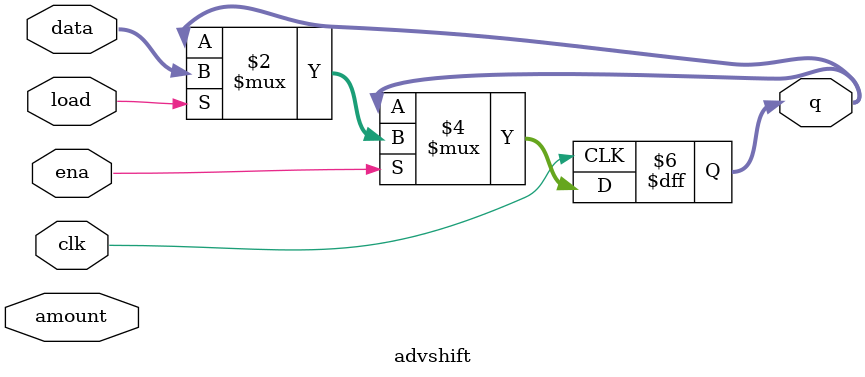
<source format=v>
module advshift(input clk,
input load,
input ena,
input [1:0] amount,
input [63:0] data,
output reg [63:0] q); 
// when load is high, assign data[63:0] to shift register q.
// if ena is high, shift q.
// amount: Chooses which direction and how much to shift.
// 2'b00: shift left by 1 bit.
// 2'b01: shift left by 8 bits.
// 2'b10: shift right by 1 bit.
// 2'b11: shift right by 8 bits.


// always @(posedge clk)
// if load is high, assign data[63:0] to shift register q.
// if ena is high, shift q.
// amount: Chooses which direction and how much to shift.
// 2'b00: shift left by 1 bit.
// 2'b01: shift left by 8 bits.
// 2'b10: shift right by 1 bit.
// 2'b11: shift right by 8 bits.
always @(posedge clk) begin
  if (ena) begin
    if (load) q <= data;
  end
end
endmodule

</source>
